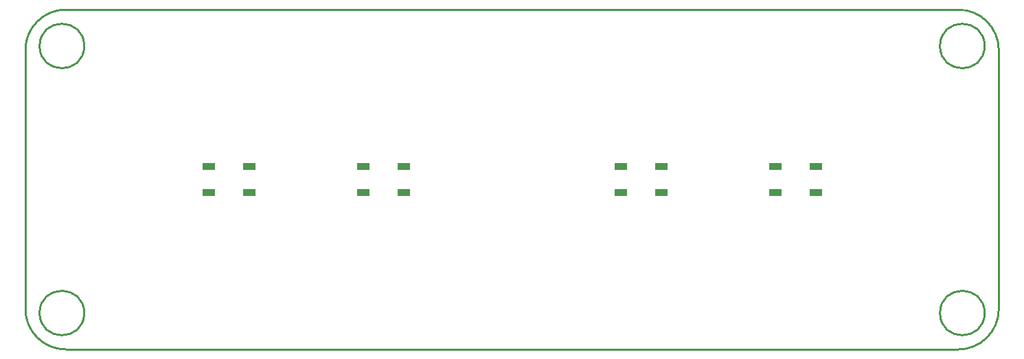
<source format=gbr>
%TF.GenerationSoftware,KiCad,Pcbnew,(6.0.0)*%
%TF.CreationDate,2022-03-13T18:47:54+01:00*%
%TF.ProjectId,TurtlePad,54757274-6c65-4506-9164-2e6b69636164,rev?*%
%TF.SameCoordinates,Original*%
%TF.FileFunction,Paste,Bot*%
%TF.FilePolarity,Positive*%
%FSLAX46Y46*%
G04 Gerber Fmt 4.6, Leading zero omitted, Abs format (unit mm)*
G04 Created by KiCad (PCBNEW (6.0.0)) date 2022-03-13 18:47:54*
%MOMM*%
%LPD*%
G01*
G04 APERTURE LIST*
%TA.AperFunction,Profile*%
%ADD10C,0.250000*%
%TD*%
%ADD11R,1.501140X0.899160*%
G04 APERTURE END LIST*
D10*
X98598750Y-79243439D02*
G75*
G03*
X93598750Y-84243439I0J-5000000D01*
G01*
X208598750Y-79243439D02*
X98598750Y-79243439D01*
X98598750Y-121243439D02*
X208598750Y-121243439D01*
X208598750Y-121243439D02*
G75*
G03*
X213598750Y-116243439I0J5000000D01*
G01*
X213598750Y-84243439D02*
G75*
G03*
X208598750Y-79243439I-5000000J0D01*
G01*
X100848750Y-116743439D02*
G75*
G03*
X100848750Y-116743439I-2750000J0D01*
G01*
X211848750Y-83743439D02*
G75*
G03*
X211848750Y-83743439I-2750000J0D01*
G01*
X211848750Y-116743439D02*
G75*
G03*
X211848750Y-116743439I-2750000J0D01*
G01*
X93598750Y-116243439D02*
G75*
G03*
X98598750Y-121243439I5000000J0D01*
G01*
X93598750Y-84243439D02*
X93598750Y-116243439D01*
X100848750Y-83743439D02*
G75*
G03*
X100848750Y-83743439I-2750000J0D01*
G01*
X213598750Y-116243439D02*
X213598750Y-84243439D01*
D11*
%TO.C,RGB4*%
X191027171Y-98638239D03*
X191027171Y-101838639D03*
X186028451Y-101838639D03*
X186028451Y-98638239D03*
%TD*%
%TO.C,RGB3*%
X166978451Y-98638239D03*
X166978451Y-101838639D03*
X171977171Y-101838639D03*
X171977171Y-98638239D03*
%TD*%
%TO.C,RGB2*%
X140227171Y-98638239D03*
X140227171Y-101838639D03*
X135228451Y-101838639D03*
X135228451Y-98638239D03*
%TD*%
%TO.C,RGB1*%
X121177171Y-98638239D03*
X121177171Y-101838639D03*
X116178451Y-101838639D03*
X116178451Y-98638239D03*
%TD*%
M02*

</source>
